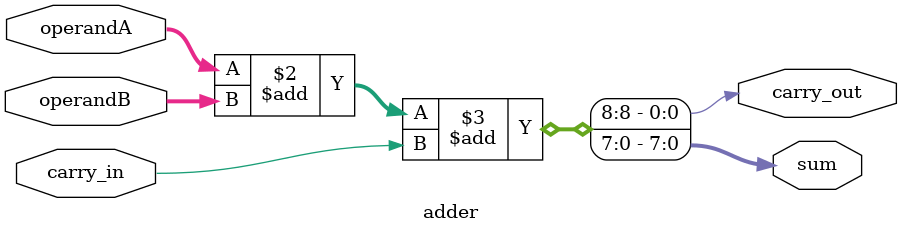
<source format=v>

module adder(
	operandA,
	operandB,
	sum,
	carry_in,
	carry_out
	);
	
	parameter OperandWidth = 8;
	
	input		[OperandWidth-1:0]		operandA;
	input		[OperandWidth-1:0]		operandB;
	input								carry_in;
	output reg	[OperandWidth-1:0]		sum;
	output reg							carry_out;
	
	always @ *
	begin
		{carry_out, sum} = operandA + operandB + carry_in;
	end
	
endmodule

</source>
